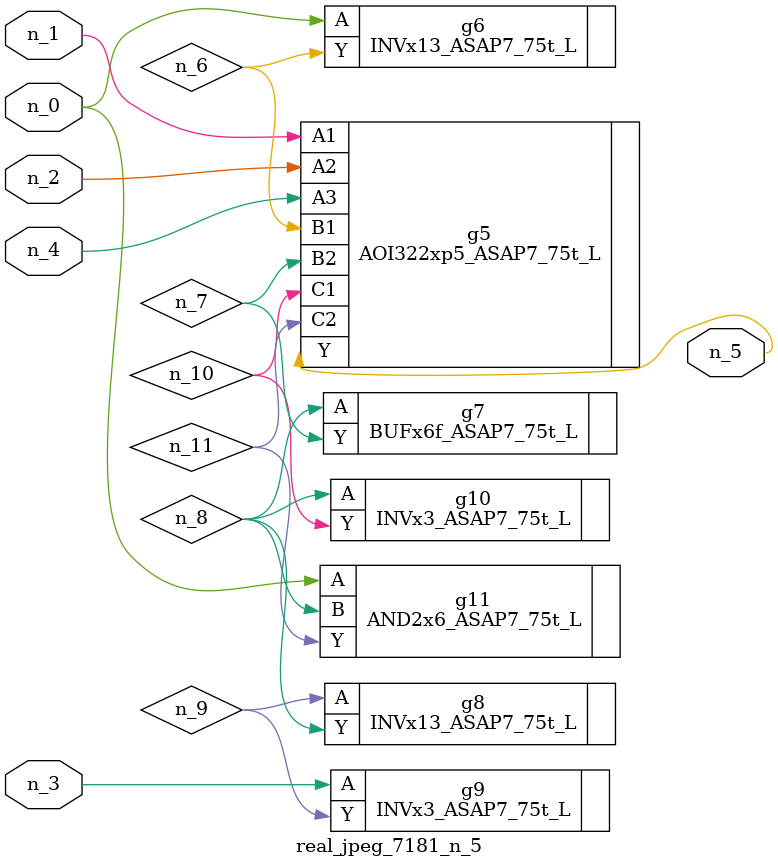
<source format=v>
module real_jpeg_7181_n_5 (n_4, n_0, n_1, n_2, n_3, n_5);

input n_4;
input n_0;
input n_1;
input n_2;
input n_3;

output n_5;

wire n_8;
wire n_11;
wire n_6;
wire n_7;
wire n_10;
wire n_9;

INVx13_ASAP7_75t_L g6 ( 
.A(n_0),
.Y(n_6)
);

AND2x6_ASAP7_75t_L g11 ( 
.A(n_0),
.B(n_8),
.Y(n_11)
);

AOI322xp5_ASAP7_75t_L g5 ( 
.A1(n_1),
.A2(n_2),
.A3(n_4),
.B1(n_6),
.B2(n_7),
.C1(n_10),
.C2(n_11),
.Y(n_5)
);

INVx3_ASAP7_75t_L g9 ( 
.A(n_3),
.Y(n_9)
);

BUFx6f_ASAP7_75t_L g7 ( 
.A(n_8),
.Y(n_7)
);

INVx3_ASAP7_75t_L g10 ( 
.A(n_8),
.Y(n_10)
);

INVx13_ASAP7_75t_L g8 ( 
.A(n_9),
.Y(n_8)
);


endmodule
</source>
